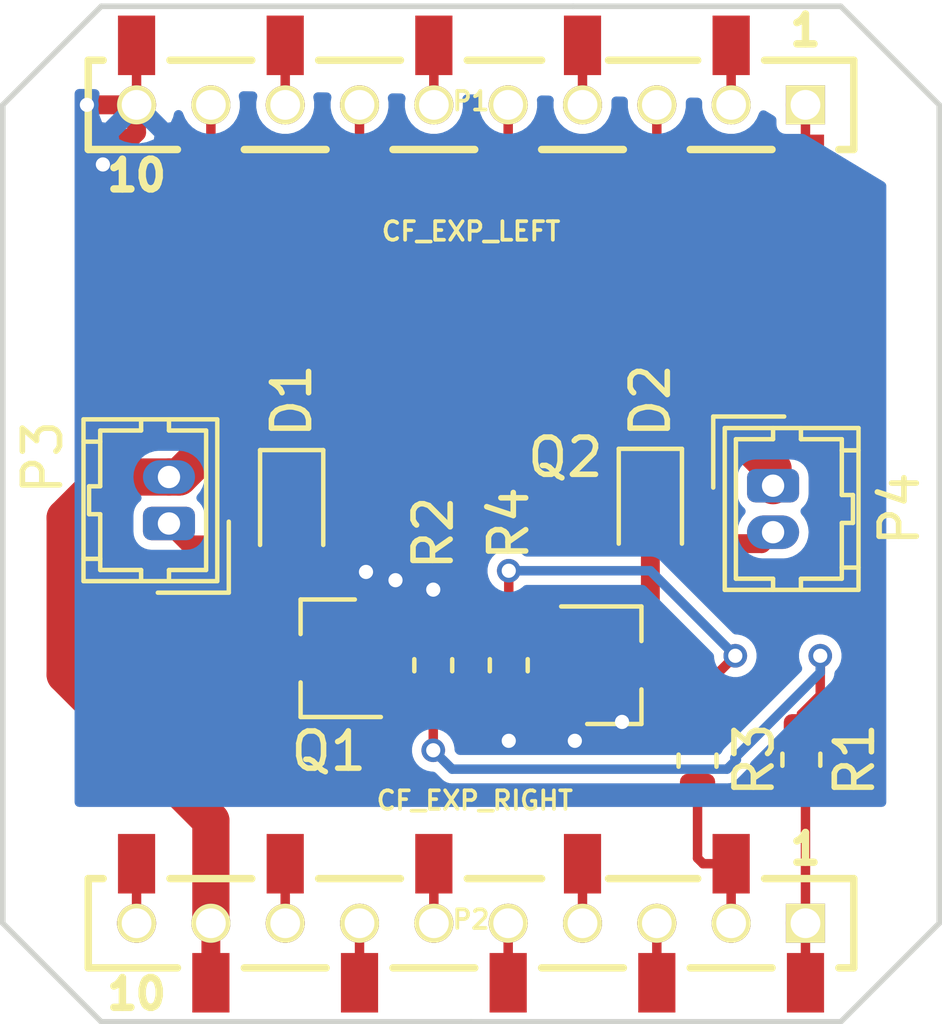
<source format=kicad_pcb>
(kicad_pcb (version 20171130) (host pcbnew "(5.1.5)-3")
  (title_block (title "Crazyflie 2.0 expansion template") (date "20 okt 2014") (rev A) (company "Bitcraze AB") (comment 1 "Licensed under CC-BY 4.0"))
  (layers (0 F.Cu signal) (31 B.Cu signal hide) (34 B.Paste user hide) (35 F.Paste user hide) (36 B.SilkS user hide) (37 F.SilkS user) (38 B.Mask user hide) (39 F.Mask user hide) (44 Edge.Cuts user))
  (net 0 "")
  (net 1 "Net-(P1-Pad2)")
  (net 2 "Net-(P1-Pad8)")
  (net 3 "Net-(P1-Pad9)")
  (net 4 "Net-(P1-Pad3)")
  (net 5 "Net-(P1-Pad4)")
  (net 6 "Net-(P1-Pad7)")
  (net 7 "Net-(P1-Pad6)")
  (net 8 "Net-(P1-Pad5)")
  (net 9 "Net-(P2-Pad10)")
  (net 10 "Net-(P2-Pad8)")
  (net 11 "Net-(P2-Pad3)")
  (net 12 "Net-(P2-Pad4)")
  (net 13 "Net-(P2-Pad7)")
  (net 14 "Net-(P2-Pad6)")
  (net 15 "Net-(P2-Pad5)")
  (net 16 "Net-(D1-Pad2)")
  (net 17 "Net-(D2-Pad2)")
  (net 18 GND)
  (net 19 /PWM_B)
  (net 20 /PWM_A)
  (net 21 Vdrive)
  (net 22 "Net-(Q1-Pad1)")
  (net 23 "Net-(P1-Pad1)")
  (net 24 "Net-(Q2-Pad1)")
  (module connectors:BF090-10-X-B2 (layer F.Cu) (at 139.001 86.00092 180)
    (fp_text reference P1 (at 0 0.1 180) (layer F.SilkS) (effects (font (size 0.5 0.5) (thickness 0.1))))
    (fp_text value CF_EXP_LEFT (at 0 -3.4 180) (layer F.SilkS) (effects (font (size 0.5 0.5) (thickness 0.1))))
    (fp_text user 10 (at 9 -1.9 180) (layer F.SilkS) (effects (font (size 0.8 0.8) (thickness 0.2))))
    (fp_text user 1 (at -9 2 180) (layer F.SilkS) (effects (font (size 0.8 0.8) (thickness 0.2))))
    (fp_line (start 7.9 -1.2) (end 10.3 -1.2) (layer F.SilkS) (width 0.2))
    (fp_line (start 10.3 -1.2) (end 10.3 1.2) (layer F.SilkS) (width 0.2))
    (fp_line (start 10.3 1.2) (end 9.9 1.2) (layer F.SilkS) (width 0.2))
    (fp_line (start 3.9 -1.2) (end 6.1 -1.2) (layer F.SilkS) (width 0.2))
    (fp_line (start -0.1 -1.2) (end 2.1 -1.2) (layer F.SilkS) (width 0.2))
    (fp_line (start 5.9 1.2) (end 8.1 1.2) (layer F.SilkS) (width 0.2))
    (fp_line (start 1.9 1.2) (end 4.1 1.2) (layer F.SilkS) (width 0.2))
    (fp_line (start -1.9 1.2) (end 0.1 1.2) (layer F.SilkS) (width 0.2))
    (fp_line (start -4.1 -1.2) (end -1.9 -1.2) (layer F.SilkS) (width 0.2))
    (fp_line (start -6.1 1.2) (end -3.7 1.2) (layer F.SilkS) (width 0.2))
    (fp_line (start -8.1 -1.2) (end -5.9 -1.2) (layer F.SilkS) (width 0.2))
    (fp_line (start -10.3 -1.2) (end -9.9 -1.2) (layer F.SilkS) (width 0.2))
    (fp_line (start -10.3 -1.2) (end -10.3 1.2) (layer F.SilkS) (width 0.2))
    (fp_line (start -10.3 1.2) (end -7.9 1.2) (layer F.SilkS) (width 0.2))
    (pad 10 thru_hole circle (at 9 0 180) (size 1.05 1.05) (drill 0.8) (layers *.Cu F.SilkS B.Mask) (net 18 GND))
    (pad 2 thru_hole circle (at -7 0 180) (size 1.05 1.05) (drill 0.8) (layers *.Cu F.SilkS B.Mask) (net 1 "Net-(P1-Pad2)"))
    (pad 1 thru_hole rect (at -9 0 180) (size 1.05 1.05) (drill 0.8) (layers *.Cu F.SilkS B.Mask) (net 23 "Net-(P1-Pad1)"))
    (pad 8 thru_hole circle (at 5 0 180) (size 1.05 1.05) (drill 0.8) (layers *.Cu F.SilkS B.Mask) (net 2 "Net-(P1-Pad8)"))
    (pad 9 thru_hole circle (at 7 0 180) (size 1.05 1.05) (drill 0.8) (layers *.Cu F.SilkS B.Mask) (net 3 "Net-(P1-Pad9)"))
    (pad 3 thru_hole circle (at -5 0 180) (size 1.05 1.05) (drill 0.8) (layers *.Cu F.SilkS B.Mask) (net 4 "Net-(P1-Pad3)"))
    (pad 4 thru_hole circle (at -3 0 180) (size 1.05 1.05) (drill 0.8) (layers *.Cu F.SilkS B.Mask) (net 5 "Net-(P1-Pad4)"))
    (pad 7 thru_hole circle (at 3 0 180) (size 1.05 1.05) (drill 0.8) (layers *.Cu F.SilkS B.Mask) (net 6 "Net-(P1-Pad7)"))
    (pad 6 thru_hole circle (at 1 0 180) (size 1.05 1.05) (drill 0.8) (layers *.Cu F.SilkS B.Mask) (net 7 "Net-(P1-Pad6)"))
    (pad 5 thru_hole circle (at -1 0 180) (size 1.05 1.05) (drill 0.8) (layers *.Cu F.SilkS B.Mask) (net 8 "Net-(P1-Pad5)"))
    (pad 1 smd rect (at -9 -1.6 180) (size 1 1.6) (layers F.Cu F.Paste F.Mask) (net 23 "Net-(P1-Pad1)"))
    (pad 2 smd rect (at -7 1.6 180) (size 1 1.6) (layers F.Cu F.Paste F.Mask) (net 1 "Net-(P1-Pad2)"))
    (pad 3 smd rect (at -5 -1.6 180) (size 1 1.6) (layers F.Cu F.Paste F.Mask) (net 4 "Net-(P1-Pad3)"))
    (pad 4 smd rect (at -3 1.6 180) (size 1 1.6) (layers F.Cu F.Paste F.Mask) (net 5 "Net-(P1-Pad4)"))
    (pad 5 smd rect (at -1 -1.6 180) (size 1 1.6) (layers F.Cu F.Paste F.Mask) (net 8 "Net-(P1-Pad5)"))
    (pad 6 smd rect (at 1 1.6 180) (size 1 1.6) (layers F.Cu F.Paste F.Mask) (net 7 "Net-(P1-Pad6)"))
    (pad 7 smd rect (at 3 -1.6 180) (size 1 1.6) (layers F.Cu F.Paste F.Mask) (net 6 "Net-(P1-Pad7)"))
    (pad 8 smd rect (at 5 1.6 180) (size 1 1.6) (layers F.Cu F.Paste F.Mask) (net 2 "Net-(P1-Pad8)"))
    (pad 9 smd rect (at 7 -1.6 180) (size 1 1.6) (layers F.Cu F.Paste F.Mask) (net 3 "Net-(P1-Pad9)"))
    (pad 10 smd rect (at 9 1.6 180) (size 1 1.6) (layers F.Cu F.Paste F.Mask) (net 18 GND))
    (pad 1 smd circle (at -9 0 180) (size 1.05 1.05) (layers F.Cu F.Mask) (net 23 "Net-(P1-Pad1)"))
    (pad 2 smd circle (at -7 0 180) (size 1.05 1.05) (layers F.Cu F.Mask) (net 1 "Net-(P1-Pad2)"))
    (pad 3 smd circle (at -5 0 180) (size 1.05 1.05) (layers F.Cu F.Mask) (net 4 "Net-(P1-Pad3)"))
    (pad 4 smd circle (at -3 0 180) (size 1.05 1.05) (layers F.Cu F.Mask) (net 5 "Net-(P1-Pad4)"))
    (pad 5 smd circle (at -1 0 180) (size 1.05 1.05) (layers F.Cu F.Mask) (net 8 "Net-(P1-Pad5)"))
    (pad 6 smd circle (at 1 0 180) (size 1.05 1.05) (layers F.Cu F.Mask) (net 7 "Net-(P1-Pad6)"))
    (pad 7 smd circle (at 3 0 180) (size 1.05 1.05) (layers F.Cu F.Mask) (net 6 "Net-(P1-Pad7)"))
    (pad 8 smd circle (at 5 0 180) (size 1.05 1.05) (layers F.Cu F.Mask) (net 2 "Net-(P1-Pad8)"))
    (pad 9 smd circle (at 7 0 180) (size 1.05 1.05) (layers F.Cu F.Mask) (net 3 "Net-(P1-Pad9)"))
    (pad 10 smd circle (at 9 0 180) (size 1.05 1.05) (layers F.Cu F.Mask) (net 18 GND))
  )
  (module connectors:BF090-10-X-B2 (layer F.Cu) (at 139.001 108.00092 180)
    (fp_text reference P2 (at 0 0.1 180) (layer F.SilkS) (effects (font (size 0.5 0.5) (thickness 0.1))))
    (fp_text value CF_EXP_RIGHT (at -0.1 3.3 180) (layer F.SilkS) (effects (font (size 0.5 0.5) (thickness 0.1))))
    (fp_text user 10 (at 9 -1.9 180) (layer F.SilkS) (effects (font (size 0.8 0.8) (thickness 0.2))))
    (fp_text user 1 (at -9 2 180) (layer F.SilkS) (effects (font (size 0.8 0.8) (thickness 0.2))))
    (fp_line (start 7.9 -1.2) (end 10.3 -1.2) (layer F.SilkS) (width 0.2))
    (fp_line (start 10.3 -1.2) (end 10.3 1.2) (layer F.SilkS) (width 0.2))
    (fp_line (start 10.3 1.2) (end 9.9 1.2) (layer F.SilkS) (width 0.2))
    (fp_line (start 3.9 -1.2) (end 6.1 -1.2) (layer F.SilkS) (width 0.2))
    (fp_line (start -0.1 -1.2) (end 2.1 -1.2) (layer F.SilkS) (width 0.2))
    (fp_line (start 5.9 1.2) (end 8.1 1.2) (layer F.SilkS) (width 0.2))
    (fp_line (start 1.9 1.2) (end 4.1 1.2) (layer F.SilkS) (width 0.2))
    (fp_line (start -1.9 1.2) (end 0.1 1.2) (layer F.SilkS) (width 0.2))
    (fp_line (start -4.1 -1.2) (end -1.9 -1.2) (layer F.SilkS) (width 0.2))
    (fp_line (start -6.1 1.2) (end -3.7 1.2) (layer F.SilkS) (width 0.2))
    (fp_line (start -8.1 -1.2) (end -5.9 -1.2) (layer F.SilkS) (width 0.2))
    (fp_line (start -10.3 -1.2) (end -9.9 -1.2) (layer F.SilkS) (width 0.2))
    (fp_line (start -10.3 -1.2) (end -10.3 1.2) (layer F.SilkS) (width 0.2))
    (fp_line (start -10.3 1.2) (end -7.9 1.2) (layer F.SilkS) (width 0.2))
    (pad 10 thru_hole circle (at 9 0 180) (size 1.05 1.05) (drill 0.8) (layers *.Cu F.SilkS B.Mask) (net 9 "Net-(P2-Pad10)"))
    (pad 2 thru_hole circle (at -7 0 180) (size 1.05 1.05) (drill 0.8) (layers *.Cu F.SilkS B.Mask) (net 19 /PWM_B))
    (pad 1 thru_hole rect (at -9 0 180) (size 1.05 1.05) (drill 0.8) (layers *.Cu F.SilkS B.Mask) (net 20 /PWM_A))
    (pad 8 thru_hole circle (at 5 0 180) (size 1.05 1.05) (drill 0.8) (layers *.Cu F.SilkS B.Mask) (net 10 "Net-(P2-Pad8)"))
    (pad 9 thru_hole circle (at 7 0 180) (size 1.05 1.05) (drill 0.8) (layers *.Cu F.SilkS B.Mask) (net 21 Vdrive))
    (pad 3 thru_hole circle (at -5 0 180) (size 1.05 1.05) (drill 0.8) (layers *.Cu F.SilkS B.Mask) (net 11 "Net-(P2-Pad3)"))
    (pad 4 thru_hole circle (at -3 0 180) (size 1.05 1.05) (drill 0.8) (layers *.Cu F.SilkS B.Mask) (net 12 "Net-(P2-Pad4)"))
    (pad 7 thru_hole circle (at 3 0 180) (size 1.05 1.05) (drill 0.8) (layers *.Cu F.SilkS B.Mask) (net 13 "Net-(P2-Pad7)"))
    (pad 6 thru_hole circle (at 1 0 180) (size 1.05 1.05) (drill 0.8) (layers *.Cu F.SilkS B.Mask) (net 14 "Net-(P2-Pad6)"))
    (pad 5 thru_hole circle (at -1 0 180) (size 1.05 1.05) (drill 0.8) (layers *.Cu F.SilkS B.Mask) (net 15 "Net-(P2-Pad5)"))
    (pad 1 smd rect (at -9 -1.6 180) (size 1 1.6) (layers F.Cu F.Paste F.Mask) (net 20 /PWM_A))
    (pad 2 smd rect (at -7 1.6 180) (size 1 1.6) (layers F.Cu F.Paste F.Mask) (net 19 /PWM_B))
    (pad 3 smd rect (at -5 -1.6 180) (size 1 1.6) (layers F.Cu F.Paste F.Mask) (net 11 "Net-(P2-Pad3)"))
    (pad 4 smd rect (at -3 1.6 180) (size 1 1.6) (layers F.Cu F.Paste F.Mask) (net 12 "Net-(P2-Pad4)"))
    (pad 5 smd rect (at -1 -1.6 180) (size 1 1.6) (layers F.Cu F.Paste F.Mask) (net 15 "Net-(P2-Pad5)"))
    (pad 6 smd rect (at 1 1.6 180) (size 1 1.6) (layers F.Cu F.Paste F.Mask) (net 14 "Net-(P2-Pad6)"))
    (pad 7 smd rect (at 3 -1.6 180) (size 1 1.6) (layers F.Cu F.Paste F.Mask) (net 13 "Net-(P2-Pad7)"))
    (pad 8 smd rect (at 5 1.6 180) (size 1 1.6) (layers F.Cu F.Paste F.Mask) (net 10 "Net-(P2-Pad8)"))
    (pad 9 smd rect (at 7 -1.6 180) (size 1 1.6) (layers F.Cu F.Paste F.Mask) (net 21 Vdrive))
    (pad 10 smd rect (at 9 1.6 180) (size 1 1.6) (layers F.Cu F.Paste F.Mask) (net 9 "Net-(P2-Pad10)"))
    (pad 1 smd circle (at -9 0 180) (size 1.05 1.05) (layers F.Cu F.Mask) (net 20 /PWM_A))
    (pad 2 smd circle (at -7 0 180) (size 1.05 1.05) (layers F.Cu F.Mask) (net 19 /PWM_B))
    (pad 3 smd circle (at -5 0 180) (size 1.05 1.05) (layers F.Cu F.Mask) (net 11 "Net-(P2-Pad3)"))
    (pad 4 smd circle (at -3 0 180) (size 1.05 1.05) (layers F.Cu F.Mask) (net 12 "Net-(P2-Pad4)"))
    (pad 5 smd circle (at -1 0 180) (size 1.05 1.05) (layers F.Cu F.Mask) (net 15 "Net-(P2-Pad5)"))
    (pad 6 smd circle (at 1 0 180) (size 1.05 1.05) (layers F.Cu F.Mask) (net 14 "Net-(P2-Pad6)"))
    (pad 7 smd circle (at 3 0 180) (size 1.05 1.05) (layers F.Cu F.Mask) (net 13 "Net-(P2-Pad7)"))
    (pad 8 smd circle (at 5 0 180) (size 1.05 1.05) (layers F.Cu F.Mask) (net 10 "Net-(P2-Pad8)"))
    (pad 9 smd circle (at 7 0 180) (size 1.05 1.05) (layers F.Cu F.Mask) (net 21 Vdrive))
    (pad 10 smd circle (at 9 0 180) (size 1.05 1.05) (layers F.Cu F.Mask) (net 9 "Net-(P2-Pad10)"))
  )
  (module Diode_SMD:D_SOD-323 (layer F.Cu) (at 134.175 96.78092 270)
    (fp_text reference D1 (at -2.828 0 90) (layer F.SilkS))
    (fp_text value BAT48JFILM)
    (fp_line (start -1.5 -0.85) (end -1.5 0.85) (layer F.SilkS) (width 0.12))
    (fp_line (start -1.5 0.85) (end 1.05 0.85) (layer F.SilkS) (width 0.12))
    (fp_line (start -1.5 -0.85) (end 1.05 -0.85) (layer F.SilkS) (width 0.12))
    (pad 1 smd rect (at -1.05 0 270) (size 0.6 0.45) (layers F.Cu F.Paste F.Mask) (net 21 Vdrive))
    (pad 2 smd rect (at 1.05 0 270) (size 0.6 0.45) (layers F.Cu F.Paste F.Mask) (net 16 "Net-(D1-Pad2)"))
  )
  (module Diode_SMD:D_SOD-323 (layer F.Cu) (at 143.827 96.74692 270)
    (fp_text reference D2 (at -2.794 0 90) (layer F.SilkS))
    (fp_text value BAT48JFILM)
    (fp_line (start -1.5 -0.85) (end 1.05 -0.85) (layer F.SilkS) (width 0.12))
    (fp_line (start -1.5 0.85) (end 1.05 0.85) (layer F.SilkS) (width 0.12))
    (fp_line (start -1.5 -0.85) (end -1.5 0.85) (layer F.SilkS) (width 0.12))
    (pad 2 smd rect (at 1.05 0 270) (size 0.6 0.45) (layers F.Cu F.Paste F.Mask) (net 17 "Net-(D2-Pad2)"))
    (pad 1 smd rect (at -1.05 0 270) (size 0.6 0.45) (layers F.Cu F.Paste F.Mask) (net 21 Vdrive))
  )
  (module Connector_Hirose:Hirose_DF13-02P-1.25DSA_1x02_P1.25mm_Vertical (layer F.Cu) (at 130.873 97.25492 90)
    (fp_text reference P3 (at 1.778 -3.4 90) (layer F.SilkS))
    (fp_text value CONN_2)
    (fp_line (start -1.55 -2.3) (end -1.55 1.3) (layer F.SilkS) (width 0.12))
    (fp_line (start -1.55 1.3) (end 2.8 1.3) (layer F.SilkS) (width 0.12))
    (fp_line (start 2.8 1.3) (end 2.8 -2.3) (layer F.SilkS) (width 0.12))
    (fp_line (start 2.8 -2.3) (end -1.55 -2.3) (layer F.SilkS) (width 0.12))
    (fp_line (start -1.86 -0.3) (end -1.86 1.61) (layer F.SilkS) (width 0.12))
    (fp_line (start -1.86 1.61) (end 0.05 1.61) (layer F.SilkS) (width 0.12))
    (fp_line (start -1.55 0) (end -1.25 0) (layer F.SilkS) (width 0.12))
    (fp_line (start -1.25 0) (end -1.25 1) (layer F.SilkS) (width 0.12))
    (fp_line (start -1.25 1) (end 2.5 1) (layer F.SilkS) (width 0.12))
    (fp_line (start 2.5 1) (end 2.5 0) (layer F.SilkS) (width 0.12))
    (fp_line (start 2.5 0) (end 2.8 0) (layer F.SilkS) (width 0.12))
    (fp_line (start -1.55 -0.75) (end -1.25 -0.75) (layer F.SilkS) (width 0.12))
    (fp_line (start -1.25 -0.75) (end -1.25 -1.85) (layer F.SilkS) (width 0.12))
    (fp_line (start -1.25 -1.85) (end -0.95 -1.85) (layer F.SilkS) (width 0.12))
    (fp_line (start -0.95 -1.85) (end -0.95 -2.3) (layer F.SilkS) (width 0.12))
    (fp_line (start 2.8 -0.75) (end 2.5 -0.75) (layer F.SilkS) (width 0.12))
    (fp_line (start 2.5 -0.75) (end 2.5 -1.85) (layer F.SilkS) (width 0.12))
    (fp_line (start 2.5 -1.85) (end 2.2 -1.85) (layer F.SilkS) (width 0.12))
    (fp_line (start 2.2 -1.85) (end 2.2 -2.3) (layer F.SilkS) (width 0.12))
    (fp_line (start -0.95 -1.85) (end 0.25 -1.85) (layer F.SilkS) (width 0.12))
    (fp_line (start 0.25 -1.85) (end 0.25 -2.15) (layer F.SilkS) (width 0.12))
    (fp_line (start 0.25 -2.15) (end 1 -2.15) (layer F.SilkS) (width 0.12))
    (fp_line (start 1 -2.15) (end 1 -1.85) (layer F.SilkS) (width 0.12))
    (fp_line (start 1 -1.85) (end 2.2 -1.85) (layer F.SilkS) (width 0.12))
    (pad 1 thru_hole roundrect (at 0 0 90) (size 0.9 1.4) (drill 0.6) (layers *.Cu *.Mask) (net 16 "Net-(D1-Pad2)"))
    (pad 2 thru_hole oval (at 1.25 0 90) (size 0.9 1.4) (drill 0.6) (layers *.Cu *.Mask) (net 21 Vdrive))
  )
  (module Connector_Hirose:Hirose_DF13-02P-1.25DSA_1x02_P1.25mm_Vertical (layer F.Cu) (at 147.129 96.23892 270)
    (fp_text reference P4 (at 0.62 -3.4 90) (layer F.SilkS))
    (fp_text value CONN_2)
    (fp_line (start 1 -1.85) (end 2.2 -1.85) (layer F.SilkS) (width 0.12))
    (fp_line (start 1 -2.15) (end 1 -1.85) (layer F.SilkS) (width 0.12))
    (fp_line (start 0.25 -2.15) (end 1 -2.15) (layer F.SilkS) (width 0.12))
    (fp_line (start 0.25 -1.85) (end 0.25 -2.15) (layer F.SilkS) (width 0.12))
    (fp_line (start -0.95 -1.85) (end 0.25 -1.85) (layer F.SilkS) (width 0.12))
    (fp_line (start 2.2 -1.85) (end 2.2 -2.3) (layer F.SilkS) (width 0.12))
    (fp_line (start 2.5 -1.85) (end 2.2 -1.85) (layer F.SilkS) (width 0.12))
    (fp_line (start 2.5 -0.75) (end 2.5 -1.85) (layer F.SilkS) (width 0.12))
    (fp_line (start 2.8 -0.75) (end 2.5 -0.75) (layer F.SilkS) (width 0.12))
    (fp_line (start -0.95 -1.85) (end -0.95 -2.3) (layer F.SilkS) (width 0.12))
    (fp_line (start -1.25 -1.85) (end -0.95 -1.85) (layer F.SilkS) (width 0.12))
    (fp_line (start -1.25 -0.75) (end -1.25 -1.85) (layer F.SilkS) (width 0.12))
    (fp_line (start -1.55 -0.75) (end -1.25 -0.75) (layer F.SilkS) (width 0.12))
    (fp_line (start 2.5 0) (end 2.8 0) (layer F.SilkS) (width 0.12))
    (fp_line (start 2.5 1) (end 2.5 0) (layer F.SilkS) (width 0.12))
    (fp_line (start -1.25 1) (end 2.5 1) (layer F.SilkS) (width 0.12))
    (fp_line (start -1.25 0) (end -1.25 1) (layer F.SilkS) (width 0.12))
    (fp_line (start -1.55 0) (end -1.25 0) (layer F.SilkS) (width 0.12))
    (fp_line (start -1.86 1.61) (end 0.05 1.61) (layer F.SilkS) (width 0.12))
    (fp_line (start -1.86 -0.3) (end -1.86 1.61) (layer F.SilkS) (width 0.12))
    (fp_line (start 2.8 -2.3) (end -1.55 -2.3) (layer F.SilkS) (width 0.12))
    (fp_line (start 2.8 1.3) (end 2.8 -2.3) (layer F.SilkS) (width 0.12))
    (fp_line (start -1.55 1.3) (end 2.8 1.3) (layer F.SilkS) (width 0.12))
    (fp_line (start -1.55 -2.3) (end -1.55 1.3) (layer F.SilkS) (width 0.12))
    (pad 2 thru_hole oval (at 1.25 0 270) (size 0.9 1.4) (drill 0.6) (layers *.Cu *.Mask) (net 17 "Net-(D2-Pad2)"))
    (pad 1 thru_hole roundrect (at 0 0 270) (size 0.9 1.4) (drill 0.6) (layers *.Cu *.Mask) (net 21 Vdrive))
  )
  (module Package_TO_SOT_SMD:SOT-23 (layer F.Cu) (at 135.175 100.87692 180)
    (fp_text reference Q1 (at 0 -2.5) (layer F.SilkS))
    (fp_text value DMG2302U)
    (fp_line (start 0.76 1.58) (end 0.76 0.65) (layer F.SilkS) (width 0.12))
    (fp_line (start 0.76 -1.58) (end 0.76 -0.65) (layer F.SilkS) (width 0.12))
    (fp_line (start 0.76 -1.58) (end -1.4 -1.58) (layer F.SilkS) (width 0.12))
    (fp_line (start 0.76 1.58) (end -0.7 1.58) (layer F.SilkS) (width 0.12))
    (pad 1 smd rect (at -1 -0.95 180) (size 0.9 0.8) (layers F.Cu F.Paste F.Mask) (net 22 "Net-(Q1-Pad1)"))
    (pad 2 smd rect (at -1 0.95 180) (size 0.9 0.8) (layers F.Cu F.Paste F.Mask) (net 18 GND))
    (pad 3 smd rect (at 1 0 180) (size 0.9 0.8) (layers F.Cu F.Paste F.Mask) (net 16 "Net-(D1-Pad2)"))
  )
  (module Package_TO_SOT_SMD:SOT-23 (layer F.Cu) (at 142.827 101.06492)
    (fp_text reference Q2 (at -1.286 -5.588) (layer F.SilkS))
    (fp_text value DMG2302U)
    (fp_line (start 0.76 1.58) (end -0.7 1.58) (layer F.SilkS) (width 0.12))
    (fp_line (start 0.76 -1.58) (end -1.4 -1.58) (layer F.SilkS) (width 0.12))
    (fp_line (start 0.76 -1.58) (end 0.76 -0.65) (layer F.SilkS) (width 0.12))
    (fp_line (start 0.76 1.58) (end 0.76 0.65) (layer F.SilkS) (width 0.12))
    (pad 3 smd rect (at 1 0) (size 0.9 0.8) (layers F.Cu F.Paste F.Mask) (net 17 "Net-(D2-Pad2)"))
    (pad 2 smd rect (at -1 0.95) (size 0.9 0.8) (layers F.Cu F.Paste F.Mask) (net 18 GND))
    (pad 1 smd rect (at -1 -0.95) (size 0.9 0.8) (layers F.Cu F.Paste F.Mask) (net 24 "Net-(Q2-Pad1)"))
  )
  (module Resistor_SMD:R_0603_1608Metric (layer F.Cu) (at 147.891 103.60492 270)
    (fp_text reference R1 (at 0 -1.43 90) (layer F.SilkS))
    (fp_text value 100)
    (fp_line (start -0.162779 0.51) (end 0.162779 0.51) (layer F.SilkS) (width 0.12))
    (fp_line (start -0.162779 -0.51) (end 0.162779 -0.51) (layer F.SilkS) (width 0.12))
    (pad 2 smd roundrect (at 0.7875 0 270) (size 0.875 0.95) (layers F.Cu F.Paste F.Mask) (net 20 /PWM_A))
    (pad 1 smd roundrect (at -0.7875 0 270) (size 0.875 0.95) (layers F.Cu F.Paste F.Mask) (net 22 "Net-(Q1-Pad1)"))
  )
  (module Resistor_SMD:R_0603_1608Metric (layer F.Cu) (at 137.985 101.06492 90)
    (fp_text reference R2 (at 3.556 0 90) (layer F.SilkS))
    (fp_text value 10K)
    (fp_line (start -0.162779 -0.51) (end 0.162779 -0.51) (layer F.SilkS) (width 0.12))
    (fp_line (start -0.162779 0.51) (end 0.162779 0.51) (layer F.SilkS) (width 0.12))
    (pad 1 smd roundrect (at -0.7875 0 90) (size 0.875 0.95) (layers F.Cu F.Paste F.Mask) (net 22 "Net-(Q1-Pad1)"))
    (pad 2 smd roundrect (at 0.7875 0 90) (size 0.875 0.95) (layers F.Cu F.Paste F.Mask) (net 18 GND))
  )
  (module Resistor_SMD:R_0603_1608Metric (layer F.Cu) (at 145.097 103.63042 270)
    (fp_text reference R3 (at -0.0255 -1.524 90) (layer F.SilkS))
    (fp_text value 100)
    (fp_line (start -0.162779 0.51) (end 0.162779 0.51) (layer F.SilkS) (width 0.12))
    (fp_line (start -0.162779 -0.51) (end 0.162779 -0.51) (layer F.SilkS) (width 0.12))
    (pad 2 smd roundrect (at 0.7875 0 270) (size 0.875 0.95) (layers F.Cu F.Paste F.Mask) (net 19 /PWM_B))
    (pad 1 smd roundrect (at -0.7875 0 270) (size 0.875 0.95) (layers F.Cu F.Paste F.Mask) (net 24 "Net-(Q2-Pad1)"))
  )
  (module Resistor_SMD:R_0603_1608Metric (layer F.Cu) (at 140.017 101.06492 270)
    (fp_text reference R4 (at -3.81 0 90) (layer F.SilkS))
    (fp_text value 10K)
    (fp_line (start -0.162779 -0.51) (end 0.162779 -0.51) (layer F.SilkS) (width 0.12))
    (fp_line (start -0.162779 0.51) (end 0.162779 0.51) (layer F.SilkS) (width 0.12))
    (pad 1 smd roundrect (at -0.7875 0 270) (size 0.875 0.95) (layers F.Cu F.Paste F.Mask) (net 24 "Net-(Q2-Pad1)"))
    (pad 2 smd roundrect (at 0.7875 0 270) (size 0.875 0.95) (layers F.Cu F.Paste F.Mask) (net 18 GND))
  )
  (gr_line (start 151.601 108.00092) (end 151.601 106.20092) (angle 90) (layer Edge.Cuts) (width 0.15))
  (gr_line (start 149.701 109.90092) (end 151.601 108.00092) (angle 90) (layer Edge.Cuts) (width 0.15))
  (gr_line (start 151.601 86.00092) (end 151.601 106.20092) (angle 90) (layer Edge.Cuts) (width 0.15))
  (gr_line (start 149.701 84.10092) (end 151.601 86.00092) (angle 90) (layer Edge.Cuts) (width 0.15))
  (gr_line (start 126.401 108.00092) (end 126.401 86.00092) (angle 90) (layer Edge.Cuts) (width 0.15))
  (gr_line (start 128.301 109.90092) (end 126.401 108.00092) (angle 90) (layer Edge.Cuts) (width 0.15))
  (gr_line (start 128.301 84.10092) (end 126.401 86.00092) (angle 90) (layer Edge.Cuts) (width 0.15))
  (gr_line (start 129.051 110.65092) (end 128.301 109.90092) (angle 90) (layer Edge.Cuts) (width 0.15))
  (gr_line (start 139.001 110.65092) (end 129.051 110.65092) (angle 90) (layer Edge.Cuts) (width 0.15))
  (gr_line (start 148.951 110.65092) (end 149.701 109.90092) (angle 90) (layer Edge.Cuts) (width 0.15))
  (gr_line (start 139.001 110.65092) (end 148.951 110.65092) (angle 90) (layer Edge.Cuts) (width 0.15))
  (gr_line (start 129.051 83.35092) (end 128.301 84.10092) (angle 90) (layer Edge.Cuts) (width 0.15))
  (gr_line (start 148.951 83.35092) (end 149.701 84.10092) (angle 90) (layer Edge.Cuts) (width 0.15))
  (gr_line (start 141.751 83.35092) (end 148.951 83.35092) (angle 90) (layer Edge.Cuts) (width 0.15))
  (gr_line (start 141.751 83.35092) (end 129.051 83.35092) (angle 90) (layer Edge.Cuts) (width 0.15))
  (segment (start 146.001 84.40092) (end 146.001 86.00092) (width 0.254) (layer F.Cu) (net 1))
  (segment (start 134.001 84.40092) (end 134.001 86.00092) (width 0.254) (layer F.Cu) (net 2))
  (segment (start 132.001 87.60092) (end 132.001 86.00092) (width 0.254) (layer F.Cu) (net 3))
  (segment (start 144.001 87.60092) (end 144.001 86.00092) (width 0.254) (layer F.Cu) (net 4))
  (segment (start 142.001 84.40092) (end 142.001 86.00092) (width 0.254) (layer F.Cu) (net 5))
  (segment (start 136.001 87.60092) (end 136.001 86.00092) (width 0.254) (layer F.Cu) (net 6))
  (segment (start 138.001 84.40092) (end 138.001 86.00092) (width 0.254) (layer F.Cu) (net 7))
  (segment (start 140.001 87.60092) (end 140.001 86.00092) (width 0.254) (layer F.Cu) (net 8))
  (segment (start 130.001 106.40092) (end 130.001 108.00092) (width 0.254) (layer F.Cu) (net 9))
  (segment (start 134.001 106.40092) (end 134.001 108.00092) (width 0.254) (layer F.Cu) (net 10))
  (segment (start 144.001 109.60092) (end 144.001 108.00092) (width 0.254) (layer F.Cu) (net 11))
  (segment (start 142.001 106.40092) (end 142.001 108.00092) (width 0.254) (layer F.Cu) (net 12))
  (segment (start 136.001 109.60092) (end 136.001 108.00092) (width 0.254) (layer F.Cu) (net 13))
  (segment (start 138.001 106.40092) (end 138.001 108.00092) (width 0.254) (layer F.Cu) (net 14))
  (segment (start 140.001 109.60092) (end 140.001 108.00092) (width 0.254) (layer F.Cu) (net 15))
  (segment (start 131.449 97.83092) (end 130.873 97.25492) (width 0.508) (layer F.Cu) (net 16))
  (segment (start 134.175 97.83092) (end 131.449 97.83092) (width 0.508) (layer F.Cu) (net 16))
  (segment (start 134.175 100.87692) (end 134.175 97.83092) (width 0.508) (layer F.Cu) (net 16))
  (segment (start 146.821 97.79692) (end 147.129 97.48892) (width 0.508) (layer F.Cu) (net 17))
  (segment (start 143.827 97.79692) (end 146.821 97.79692) (width 0.508) (layer F.Cu) (net 17))
  (segment (start 143.827 101.06492) (end 143.827 97.79692) (width 0.508) (layer F.Cu) (net 17))
  (segment (start 130.001 84.40092) (end 130.001 86.00092) (width 0.254) (layer F.Cu) (net 18))
  (segment (start 140.017 101.85242) (end 140.017 103.09692) (width 0.254) (layer F.Cu) (net 18))
  (via (at 140.017 103.09692) (size 0.635) (drill 0.381) (layers F.Cu B.Cu) (net 18))
  (via (at 141.795 103.09692) (size 0.635) (drill 0.381) (layers F.Cu B.Cu) (net 18))
  (segment (start 137.985 100.27742) (end 137.985 99.03292) (width 0.254) (layer F.Cu) (net 18))
  (via (at 137.985 99.03292) (size 0.635) (drill 0.381) (layers F.Cu B.Cu) (net 18))
  (segment (start 137.985 99.03292) (end 137.985 100.29542) (width 0.254) (layer F.Cu) (net 18))
  (via (at 136.175 98.55692) (size 0.635) (drill 0.381) (layers F.Cu B.Cu) (net 18))
  (segment (start 130.001 86.00092) (end 128.665 86.00092) (width 0.508) (layer F.Cu) (net 18))
  (via (at 128.665 86.00092) (size 0.635) (drill 0.381) (layers F.Cu B.Cu) (net 18))
  (segment (start 130.001 86.743382) (end 129.857 86.887382) (width 0.508) (layer F.Cu) (net 18))
  (segment (start 130.001 86.00092) (end 130.001 86.743382) (width 0.508) (layer F.Cu) (net 18))
  (segment (start 129.857 86.887382) (end 129.810538 86.887382) (width 0.508) (layer F.Cu) (net 18))
  (via (at 129.095 87.60292) (size 0.635) (drill 0.381) (layers F.Cu B.Cu) (net 18))
  (segment (start 129.810538 86.887382) (end 129.095 87.60292) (width 0.508) (layer F.Cu) (net 18))
  (segment (start 141.827 103.06492) (end 141.795 103.09692) (width 0.508) (layer F.Cu) (net 18))
  (segment (start 141.827 102.01492) (end 141.827 103.06492) (width 0.508) (layer F.Cu) (net 18))
  (segment (start 136.175 99.92692) (end 136.175 98.55692) (width 0.508) (layer F.Cu) (net 18))
  (segment (start 142.785 102.01492) (end 143.065 102.29492) (width 0.508) (layer F.Cu) (net 18))
  (segment (start 141.827 102.01492) (end 142.785 102.01492) (width 0.508) (layer F.Cu) (net 18))
  (segment (start 143.065 102.29492) (end 143.065 102.58892) (width 0.508) (layer F.Cu) (net 18))
  (via (at 143.065 102.58892) (size 0.635) (drill 0.381) (layers F.Cu B.Cu) (net 18))
  (segment (start 136.175 99.92692) (end 136.329 99.92692) (width 0.508) (layer F.Cu) (net 18))
  (segment (start 136.329 99.92692) (end 136.969 99.28692) (width 0.508) (layer F.Cu) (net 18))
  (segment (start 136.969 99.28692) (end 136.969 98.77892) (width 0.508) (layer F.Cu) (net 18))
  (via (at 136.969 98.77892) (size 0.635) (drill 0.381) (layers F.Cu B.Cu) (net 18))
  (segment (start 146.001 108.00092) (end 146.001 106.40092) (width 0.254) (layer F.Cu) (net 19))
  (segment (start 145.097 104.85542) (end 145.097 104.41792) (width 0.254) (layer F.Cu) (net 19))
  (segment (start 145.247 106.40092) (end 145.097 106.25092) (width 0.254) (layer F.Cu) (net 19))
  (segment (start 145.097 106.25092) (end 145.097 104.85542) (width 0.254) (layer F.Cu) (net 19))
  (segment (start 146.001 106.40092) (end 145.247 106.40092) (width 0.254) (layer F.Cu) (net 19))
  (segment (start 148.001 109.60092) (end 148.001 108.00092) (width 0.254) (layer F.Cu) (net 20))
  (segment (start 148.001 104.50242) (end 147.891 104.39242) (width 0.254) (layer F.Cu) (net 20))
  (segment (start 148.001 108.00092) (end 148.001 104.50242) (width 0.254) (layer F.Cu) (net 20))
  (segment (start 132.001 109.60092) (end 132.001 108.00092) (width 0.508) (layer F.Cu) (net 21))
  (segment (start 143.827 95.69692) (end 143.827 94.88892) (width 0.508) (layer F.Cu) (net 21))
  (segment (start 143.827 94.88892) (end 143.827 93.69892) (width 0.508) (layer F.Cu) (net 21))
  (segment (start 143.827 93.69892) (end 144.589 93.69892) (width 0.508) (layer F.Cu) (net 21))
  (segment (start 134.175 93.95292) (end 134.429 93.69892) (width 0.508) (layer F.Cu) (net 21))
  (segment (start 134.175 95.73092) (end 134.175 93.95292) (width 0.508) (layer F.Cu) (net 21))
  (segment (start 133.159 93.69892) (end 134.429 93.69892) (width 0.508) (layer F.Cu) (net 21))
  (segment (start 134.429 93.69892) (end 143.827 93.69892) (width 0.508) (layer F.Cu) (net 21))
  (segment (start 132.001 105.24092) (end 128.079 101.31892) (width 1) (layer F.Cu) (net 21))
  (segment (start 132.001 108.00092) (end 132.001 105.24092) (width 1) (layer F.Cu) (net 21))
  (segment (start 129.173 96.00492) (end 130.873 96.00492) (width 1) (layer F.Cu) (net 21))
  (segment (start 128.079 97.09892) (end 129.173 96.00492) (width 1) (layer F.Cu) (net 21))
  (segment (start 128.079 101.31892) (end 128.079 97.09892) (width 1) (layer F.Cu) (net 21))
  (segment (start 133.159 93.99292) (end 133.159 93.69892) (width 1) (layer F.Cu) (net 21))
  (segment (start 131.147 96.00492) (end 133.159 93.99292) (width 1) (layer F.Cu) (net 21))
  (segment (start 130.873 96.00492) (end 131.147 96.00492) (width 1) (layer F.Cu) (net 21))
  (segment (start 145.039 93.69892) (end 144.589 93.69892) (width 1) (layer F.Cu) (net 21))
  (segment (start 147.129 95.78892) (end 145.039 93.69892) (width 1) (layer F.Cu) (net 21))
  (segment (start 147.129 96.23892) (end 147.129 95.78892) (width 1) (layer F.Cu) (net 21))
  (segment (start 133.453 93.69892) (end 133.159 93.99292) (width 1) (layer F.Cu) (net 21))
  (segment (start 145.039 93.69892) (end 133.453 93.69892) (width 1) (layer F.Cu) (net 21))
  (segment (start 137.9595 101.82692) (end 137.985 101.85242) (width 0.254) (layer F.Cu) (net 22))
  (segment (start 136.175 101.82692) (end 137.9595 101.82692) (width 0.254) (layer F.Cu) (net 22))
  (segment (start 147.891 102.37992) (end 148.399 101.87192) (width 0.254) (layer F.Cu) (net 22))
  (segment (start 147.891 102.81742) (end 147.891 102.37992) (width 0.254) (layer F.Cu) (net 22))
  (segment (start 148.399 101.87192) (end 148.399 100.81092) (width 0.254) (layer F.Cu) (net 22))
  (via (at 148.399 100.81092) (size 0.635) (drill 0.381) (layers F.Cu B.Cu) (net 22))
  (segment (start 148.399 100.81092) (end 148.399 101.259932) (width 0.254) (layer F.Cu) (net 22))
  (via (at 137.985 103.350954) (size 0.635) (drill 0.381) (layers F.Cu B.Cu) (net 22))
  (segment (start 138.19391 103.55983) (end 137.985 103.35092) (width 0.254) (layer B.Cu) (net 22))
  (segment (start 137.985 103.35092) (end 137.985 103.350954) (width 0.254) (layer B.Cu) (net 22))
  (segment (start 137.985 103.35092) (end 137.985 103.350954) (width 0.254) (layer F.Cu) (net 22))
  (segment (start 137.985 101.85242) (end 137.985 103.35092) (width 0.254) (layer F.Cu) (net 22))
  (segment (start 148.399 101.259932) (end 148.399 100.81092) (width 0.254) (layer B.Cu) (net 22))
  (segment (start 146.099102 103.55983) (end 148.399 101.259932) (width 0.254) (layer B.Cu) (net 22))
  (segment (start 138.493 103.85892) (end 138.239 103.60492) (width 0.254) (layer B.Cu) (net 22))
  (segment (start 146.144192 103.60492) (end 145.890192 103.85892) (width 0.254) (layer B.Cu) (net 22))
  (segment (start 145.890192 103.85892) (end 138.493 103.85892) (width 0.254) (layer B.Cu) (net 22))
  (segment (start 148.001 87.60092) (end 148.001 86.00092) (width 0.254) (layer F.Cu) (net 23))
  (segment (start 140.1795 100.11492) (end 140.017 100.27742) (width 0.254) (layer F.Cu) (net 24))
  (segment (start 141.827 100.11492) (end 140.1795 100.11492) (width 0.254) (layer F.Cu) (net 24))
  (segment (start 145.097 102.84292) (end 145.097 101.82692) (width 0.254) (layer F.Cu) (net 24))
  (segment (start 145.097 101.82692) (end 146.113 100.81092) (width 0.254) (layer F.Cu) (net 24))
  (via (at 146.113 100.81092) (size 0.635) (drill 0.381) (layers F.Cu B.Cu) (net 24))
  (via (at 140.017 98.52492) (size 0.635) (drill 0.381) (layers F.Cu B.Cu) (net 24))
  (segment (start 140.017 100.27742) (end 140.017 98.52492) (width 0.254) (layer F.Cu) (net 24))
  (segment (start 143.827 98.52492) (end 146.113 100.81092) (width 0.254) (layer B.Cu) (net 24))
  (segment (start 140.017 98.52492) (end 143.827 98.52492) (width 0.254) (layer B.Cu) (net 24))
  (zone (net 18) (net_name GND) (layer B.Cu) (connect_pads (clearance 0.254)) (min_thickness 0.254) (fill yes (arc_segments 32) (thermal_gap 0.508) (thermal_bridge_width 0.508))
    (polygon (pts (xy 146.367 85.82492) (xy 150.177 88.11092) (xy 150.177 104.87492) (xy 128.333 104.87492) (xy 128.333 85.57092)))
  )
)
</source>
